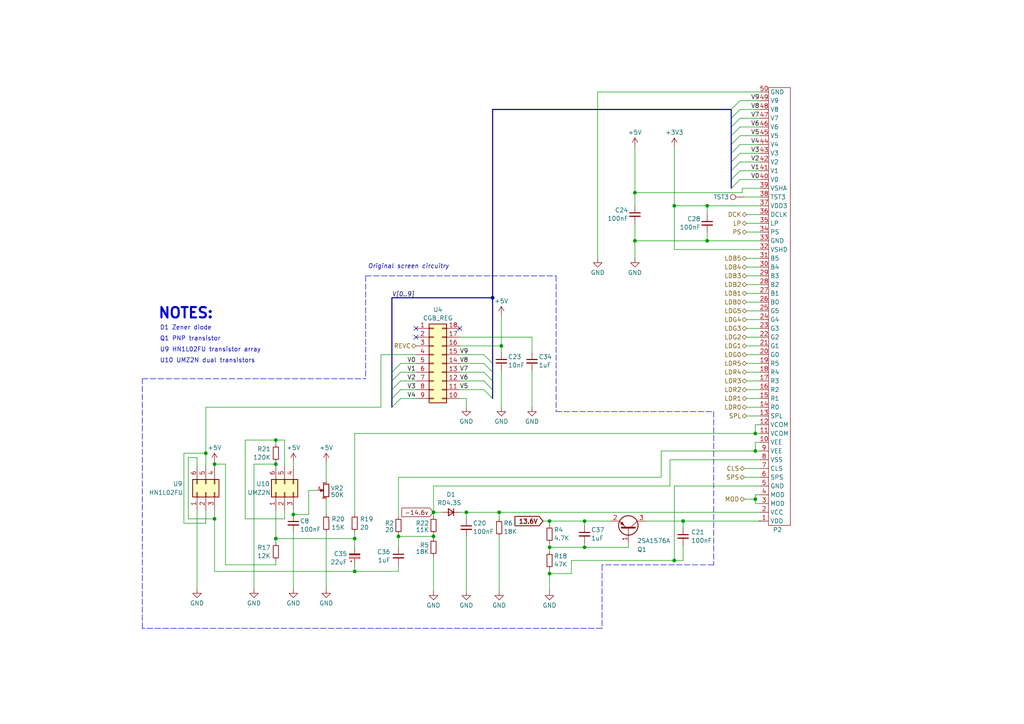
<source format=kicad_sch>
(kicad_sch (version 20231120) (generator "eeschema") (generator_version "8.0")
  (paper "A4")
  (title_block (title "CGB Reverse Engineer") (company "NatalieTheNerd.com"))
  (lib_symbols
    (symbol "CGB:Screen_CGB"
      (property "Reference" "P" (at 0 1.27 0))
      (symbol "Screen_CGB_0_0"
        (pin unspecified line (at 0 0 0) (length 2.54) (name "VDD") (number "1"))
        (pin unspecified line (at 0 -22.86 0) (length 2.54) (name "VEE") (number "10"))
        (pin unspecified line (at 0 -25.4 0) (length 2.54) (name "VCOM") (number "11"))
        (pin unspecified line (at 0 -27.94 0) (length 2.54) (name "VCOM") (number "12"))
        (pin unspecified line (at 0 -30.48 0) (length 2.54) (name "SPL") (number "13"))
        (pin unspecified line (at 0 -33.02 0) (length 2.54) (name "R0") (number "14"))
        (pin unspecified line (at 0 -35.56 0) (length 2.54) (name "R1") (number "15"))
        (pin unspecified line (at 0 -38.1 0) (length 2.54) (name "R2") (number "16"))
        (pin unspecified line (at 0 -40.64 0) (length 2.54) (name "R3") (number "17"))
        (pin unspecified line (at 0 -43.18 0) (length 2.54) (name "R4") (number "18"))
        (pin unspecified line (at 0 -45.72 0) (length 2.54) (name "R5") (number "19"))
        (pin unspecified line (at 0 -2.54 0) (length 2.54) (name "VCC") (number "2"))
        (pin unspecified line (at 0 -48.26 0) (length 2.54) (name "G0") (number "20"))
        (pin unspecified line (at 0 -50.8 0) (length 2.54) (name "G1") (number "21"))
        (pin unspecified line (at 0 -53.34 0) (length 2.54) (name "G2") (number "22"))
        (pin unspecified line (at 0 -55.88 0) (length 2.54) (name "G3") (number "23"))
        (pin unspecified line (at 0 -58.42 0) (length 2.54) (name "G4") (number "24"))
        (pin unspecified line (at 0 -60.96 0) (length 2.54) (name "G5") (number "25"))
        (pin unspecified line (at 0 -63.5 0) (length 2.54) (name "B0") (number "26"))
        (pin unspecified line (at 0 -66.04 0) (length 2.54) (name "B1") (number "27"))
        (pin unspecified line (at 0 -68.58 0) (length 2.54) (name "B2") (number "28"))
        (pin unspecified line (at 0 -71.12 0) (length 2.54) (name "B3") (number "29"))
        (pin unspecified line (at 0 -5.08 0) (length 2.54) (name "MOD") (number "3"))
        (pin unspecified line (at 0 -73.66 0) (length 2.54) (name "B4") (number "30"))
        (pin unspecified line (at 0 -76.2 0) (length 2.54) (name "B5") (number "31"))
        (pin unspecified line (at 0 -78.74 0) (length 2.54) (name "VSHD") (number "32"))
        (pin unspecified line (at 0 -81.28 0) (length 2.54) (name "GND") (number "33"))
        (pin unspecified line (at 0 -83.82 0) (length 2.54) (name "PS") (number "34"))
        (pin unspecified line (at 0 -86.36 0) (length 2.54) (name "LP") (number "35"))
        (pin unspecified line (at 0 -88.9 0) (length 2.54) (name "DCLK") (number "36"))
        (pin unspecified line (at 0 -91.44 0) (length 2.54) (name "VDD3") (number "37"))
        (pin unspecified line (at 0 -93.98 0) (length 2.54) (name "TST3") (number "38"))
        (pin unspecified line (at 0 -96.52 0) (length 2.54) (name "VSHA") (number "39"))
        (pin unspecified line (at 0 -7.62 0) (length 2.54) (name "MOD") (number "4"))
        (pin unspecified line (at 0 -99.06 0) (length 2.54) (name "V0") (number "40"))
        (pin unspecified line (at 0 -101.6 0) (length 2.54) (name "V1") (number "41"))
        (pin unspecified line (at 0 -104.14 0) (length 2.54) (name "V2") (number "42"))
        (pin unspecified line (at 0 -106.68 0) (length 2.54) (name "V3") (number "43"))
        (pin unspecified line (at 0 -109.22 0) (length 2.54) (name "V4") (number "44"))
        (pin unspecified line (at 0 -111.76 0) (length 2.54) (name "V5") (number "45"))
        (pin unspecified line (at 0 -114.3 0) (length 2.54) (name "V6") (number "46"))
        (pin unspecified line (at 0 -116.84 0) (length 2.54) (name "V7") (number "47"))
        (pin unspecified line (at 0 -119.38 0) (length 2.54) (name "V8") (number "48"))
        (pin unspecified line (at 0 -121.92 0) (length 2.54) (name "V9") (number "49"))
        (pin unspecified line (at 0 -10.16 0) (length 2.54) (name "GND") (number "5"))
        (pin unspecified line (at 0 -124.46 0) (length 2.54) (name "GND") (number "50"))
        (pin unspecified line (at 0 -12.7 0) (length 2.54) (name "SPS") (number "6"))
        (pin unspecified line (at 0 -15.24 0) (length 2.54) (name "CLS") (number "7"))
        (pin unspecified line (at 0 -17.78 0) (length 2.54) (name "VSS") (number "8"))
        (pin unspecified line (at 0 -20.32 0) (length 2.54) (name "VEE") (number "9"))
      )
      (symbol "Screen_CGB_0_1"
        (rectangle (start 2.54 1.27) (end 8.89 -125.73))
      )
    )
    (symbol "Connector:TestPoint" (pin_numbers hide) (pin_names (offset 0.762) hide)
      (property "Reference" "TP" (at 0 6.858 0))
      (property "Value" "TestPoint" (at 0 5.08 0))
      (symbol "TestPoint_0_1"
        (circle (center 0 3.302) (radius 0.762))
      )
      (symbol "TestPoint_1_1"
        (pin passive line (at 0 0 90) (length 2.54) (name "1") (number "1"))
      )
    )
    (symbol "Connector_Generic:Conn_02x03_Counter_Clockwise" (pin_names (offset 1.016) hide)
      (property "Reference" "J" (at 1.27 5.08 0))
      (property "Value" "Conn_02x03_Counter_Clockwise" (at 1.27 -5.08 0))
      (symbol "Conn_02x03_Counter_Clockwise_1_1"
        (rectangle (start -1.27 -2.413) (end 0 -2.667) (stroke (width 0.1524)))
        (rectangle (start -1.27 0.127) (end 0 -0.127) (stroke (width 0.1524)))
        (rectangle (start -1.27 2.667) (end 0 2.413) (stroke (width 0.1524)))
        (rectangle (start -1.27 3.81) (end 3.81 -3.81) (stroke (width 0.254)) (fill (type background)))
        (rectangle (start 3.81 -2.413) (end 2.54 -2.667) (stroke (width 0.1524)))
        (rectangle (start 3.81 0.127) (end 2.54 -0.127) (stroke (width 0.1524)))
        (rectangle (start 3.81 2.667) (end 2.54 2.413) (stroke (width 0.1524)))
        (pin passive line (at -5.08 2.54 0) (length 3.81) (name "Pin_1") (number "1"))
        (pin passive line (at -5.08 0 0) (length 3.81) (name "Pin_2") (number "2"))
        (pin passive line (at -5.08 -2.54 0) (length 3.81) (name "Pin_3") (number "3"))
        (pin passive line (at 7.62 -2.54 180) (length 3.81) (name "Pin_4") (number "4"))
        (pin passive line (at 7.62 0 180) (length 3.81) (name "Pin_5") (number "5"))
        (pin passive line (at 7.62 2.54 180) (length 3.81) (name "Pin_6") (number "6"))
      )
    )
    (symbol "Connector_Generic:Conn_02x09_Counter_Clockwise" (pin_names (offset 1.016) hide)
      (property "Reference" "J" (at 1.27 12.7 0))
      (property "Value" "Conn_02x09_Counter_Clockwise" (at 1.27 -12.7 0))
      (symbol "Conn_02x09_Counter_Clockwise_1_1"
        (rectangle (start -1.27 -10.033) (end 0 -10.287) (stroke (width 0.1524)))
        (rectangle (start -1.27 -7.493) (end 0 -7.747) (stroke (width 0.1524)))
        (rectangle (start -1.27 -4.953) (end 0 -5.207) (stroke (width 0.1524)))
        (rectangle (start -1.27 -2.413) (end 0 -2.667) (stroke (width 0.1524)))
        (rectangle (start -1.27 0.127) (end 0 -0.127) (stroke (width 0.1524)))
        (rectangle (start -1.27 2.667) (end 0 2.413) (stroke (width 0.1524)))
        (rectangle (start -1.27 5.207) (end 0 4.953) (stroke (width 0.1524)))
        (rectangle (start -1.27 7.747) (end 0 7.493) (stroke (width 0.1524)))
        (rectangle (start -1.27 10.287) (end 0 10.033) (stroke (width 0.1524)))
        (rectangle (start -1.27 11.43) (end 3.81 -11.43) (stroke (width 0.254)) (fill (type background)))
        (rectangle (start 3.81 -10.033) (end 2.54 -10.287) (stroke (width 0.1524)))
        (rectangle (start 3.81 -7.493) (end 2.54 -7.747) (stroke (width 0.1524)))
        (rectangle (start 3.81 -4.953) (end 2.54 -5.207) (stroke (width 0.1524)))
        (rectangle (start 3.81 -2.413) (end 2.54 -2.667) (stroke (width 0.1524)))
        (rectangle (start 3.81 0.127) (end 2.54 -0.127) (stroke (width 0.1524)))
        (rectangle (start 3.81 2.667) (end 2.54 2.413) (stroke (width 0.1524)))
        (rectangle (start 3.81 5.207) (end 2.54 4.953) (stroke (width 0.1524)))
        (rectangle (start 3.81 7.747) (end 2.54 7.493) (stroke (width 0.1524)))
        (rectangle (start 3.81 10.287) (end 2.54 10.033) (stroke (width 0.1524)))
        (pin passive line (at -5.08 10.16 0) (length 3.81) (name "Pin_1") (number "1"))
        (pin passive line (at 7.62 -10.16 180) (length 3.81) (name "Pin_10") (number "10"))
        (pin passive line (at 7.62 -7.62 180) (length 3.81) (name "Pin_11") (number "11"))
        (pin passive line (at 7.62 -5.08 180) (length 3.81) (name "Pin_12") (number "12"))
        (pin passive line (at 7.62 -2.54 180) (length 3.81) (name "Pin_13") (number "13"))
        (pin passive line (at 7.62 0 180) (length 3.81) (name "Pin_14") (number "14"))
        (pin passive line (at 7.62 2.54 180) (length 3.81) (name "Pin_15") (number "15"))
        (pin passive line (at 7.62 5.08 180) (length 3.81) (name "Pin_16") (number "16"))
        (pin passive line (at 7.62 7.62 180) (length 3.81) (name "Pin_17") (number "17"))
        (pin passive line (at 7.62 10.16 180) (length 3.81) (name "Pin_18") (number "18"))
        (pin passive line (at -5.08 7.62 0) (length 3.81) (name "Pin_2") (number "2"))
        (pin passive line (at -5.08 5.08 0) (length 3.81) (name "Pin_3") (number "3"))
        (pin passive line (at -5.08 2.54 0) (length 3.81) (name "Pin_4") (number "4"))
        (pin passive line (at -5.08 0 0) (length 3.81) (name "Pin_5") (number "5"))
        (pin passive line (at -5.08 -2.54 0) (length 3.81) (name "Pin_6") (number "6"))
        (pin passive line (at -5.08 -5.08 0) (length 3.81) (name "Pin_7") (number "7"))
        (pin passive line (at -5.08 -7.62 0) (length 3.81) (name "Pin_8") (number "8"))
        (pin passive line (at -5.08 -10.16 0) (length 3.81) (name "Pin_9") (number "9"))
      )
    )
    (symbol "Device:C_Polarized_Small" (pin_numbers hide) (pin_names (offset 0.254) hide)
      (property "Reference" "C" (at 0.254 1.778 0))
      (property "Value" "C_Polarized_Small" (at 0.254 -2.032 0))
      (symbol "C_Polarized_Small_0_1"
        (rectangle (start -1.524 -0.3048) (end 1.524 -0.6858) (fill (type outline)))
        (rectangle (start -1.524 0.6858) (end 1.524 0.3048))
        (polyline (pts (xy -1.27 1.524) (xy -0.762 1.524)))
        (polyline (pts (xy -1.016 1.27) (xy -1.016 1.778)))
      )
      (symbol "C_Polarized_Small_1_1"
        (pin passive line (at 0 2.54 270) (length 1.8542) (name "~") (number "1"))
        (pin passive line (at 0 -2.54 90) (length 1.8542) (name "~") (number "2"))
      )
    )
    (symbol "Device:C_Small" (pin_numbers hide) (pin_names (offset 0.254) hide)
      (property "Reference" "C" (at 0.254 1.778 0))
      (property "Value" "C_Small" (at 0.254 -2.032 0))
      (symbol "C_Small_0_1"
        (polyline (pts (xy -1.524 -0.508) (xy 1.524 -0.508)) (stroke (width 0.3302)))
        (polyline (pts (xy -1.524 0.508) (xy 1.524 0.508)) (stroke (width 0.3048)))
      )
      (symbol "C_Small_1_1"
        (pin passive line (at 0 2.54 270) (length 2.032) (name "~") (number "1"))
        (pin passive line (at 0 -2.54 90) (length 2.032) (name "~") (number "2"))
      )
    )
    (symbol "Device:D_Small" (pin_numbers hide) (pin_names (offset 0.254) hide)
      (property "Reference" "D" (at -1.27 2.032 0))
      (property "Value" "D_Small" (at -3.81 -2.032 0))
      (symbol "D_Small_0_1"
        (polyline (pts (xy -0.762 -1.016) (xy -0.762 1.016)) (stroke (width 0.254)))
        (polyline (pts (xy -0.762 0) (xy 0.762 0)))
        (polyline (pts (xy 0.762 -1.016) (xy -0.762 0) (xy 0.762 1.016) (xy 0.762 -1.016)) (stroke (width 0.254)))
      )
      (symbol "D_Small_1_1"
        (pin passive line (at -2.54 0 0) (length 1.778) (name "K") (number "1"))
        (pin passive line (at 2.54 0 180) (length 1.778) (name "A") (number "2"))
      )
    )
    (symbol "Device:R_Potentiometer_Small" (pin_names (offset 1.016) hide)
      (property "Reference" "RV" (at -4.445 0 90))
      (property "Value" "R_Potentiometer_Small" (at -2.54 0 90))
      (symbol "R_Potentiometer_Small_0_1"
        (polyline (pts (xy 0.889 0) (xy 0.635 0) (xy 1.651 0.381) (xy 1.651 -0.381) (xy 0.635 0) (xy 0.889 0)) (fill (type outline)))
        (rectangle (start 0.762 1.8034) (end -0.762 -1.8034) (stroke (width 0.254)))
      )
      (symbol "R_Potentiometer_Small_1_1"
        (pin passive line (at 0 2.54 270) (length 0.635) (name "1") (number "1"))
        (pin passive line (at 2.54 0 180) (length 0.9906) (name "2") (number "2"))
        (pin passive line (at 0 -2.54 90) (length 0.635) (name "3") (number "3"))
      )
    )
    (symbol "Device:R_Small" (pin_numbers hide) (pin_names (offset 0.254) hide)
      (property "Reference" "R" (at 0.762 0.508 0))
      (property "Value" "R_Small" (at 0.762 -1.016 0))
      (symbol "R_Small_0_1"
        (rectangle (start -0.762 1.778) (end 0.762 -1.778) (stroke (width 0.2032)))
      )
      (symbol "R_Small_1_1"
        (pin passive line (at 0 2.54 270) (length 0.762) (name "~") (number "1"))
        (pin passive line (at 0 -2.54 90) (length 0.762) (name "~") (number "2"))
      )
    )
    (symbol "Transistor_BJT:2SA1015" (pin_names (offset 0) hide)
      (property "Reference" "Q1" (at 3.81 0 0))
      (property "Value" "2SA1576A" (at 3.81 2.54 0))
      (symbol "2SA1015_0_1"
        (polyline (pts (xy -1.27 0) (xy -2.54 0)))
        (polyline (pts (xy -1.27 0) (xy -0.635 0)))
        (polyline (pts (xy 1.27 -2.54) (xy -0.635 -0.635)))
        (polyline (pts (xy 1.27 2.54) (xy -0.635 0.635)))
        (polyline (pts (xy -0.635 1.905) (xy -0.635 -1.905) (xy -0.635 -1.905)) (stroke (width 0.508)) (fill (type outline)))
        (polyline (pts (xy 0.508 -2.286) (xy 1.016 -1.778) (xy 0 -1.27) (xy 0.508 -2.286) (xy 0.508 -2.286)) (fill (type outline)))
        (circle (center 0 0) (radius 2.8194) (stroke (width 0.254)))
      )
      (symbol "2SA1015_1_1"
        (pin passive line (at -5.08 0 0) (length 2.54) (name "E") (number "1"))
        (pin passive line (at 1.27 -5.08 90) (length 2.54) (name "C") (number "2"))
        (pin input line (at 1.27 5.08 270) (length 2.54) (name "B") (number "3"))
      )
    )
    (symbol "power:+3V3" (power) (pin_names (offset 0))
      (property "Value" "+3V3" (at 0 3.556 0))
      (symbol "+3V3_0_1"
        (polyline (pts (xy -0.762 1.27) (xy 0 2.54)))
        (polyline (pts (xy 0 0) (xy 0 2.54)))
        (polyline (pts (xy 0 2.54) (xy 0.762 1.27)))
      )
      (symbol "+3V3_1_1"
        (pin power_in line (at 0 0 90) (length 0) hide (name "+3V3") (number "1"))
      )
    )
    (symbol "power:+5V" (power) (pin_names (offset 0))
      (property "Value" "+5V" (at 0 3.556 0))
      (symbol "+5V_0_1"
        (polyline (pts (xy -0.762 1.27) (xy 0 2.54)))
        (polyline (pts (xy 0 0) (xy 0 2.54)))
        (polyline (pts (xy 0 2.54) (xy 0.762 1.27)))
      )
      (symbol "+5V_1_1"
        (pin power_in line (at 0 0 90) (length 0) hide (name "+5V") (number "1"))
      )
    )
    (symbol "power:GND" (power) (pin_names (offset 0))
      (property "Value" "GND" (at 0 -3.81 0))
      (symbol "GND_0_1"
        (polyline (pts (xy 0 0) (xy 0 -1.27) (xy 1.27 -1.27) (xy 0 -2.54) (xy -1.27 -1.27) (xy 0 -1.27)))
      )
      (symbol "GND_1_1"
        (pin power_in line (at 0 0 270) (length 0) hide (name "GND") (number "1"))
      )
    )
  )
  (junction (at 159.385 166.37))
  (junction (at 102.87 156.21))
  (junction (at 102.87 165.735))
  (junction (at 62.23 134.62))
  (junction (at 198.12 151.13))
  (junction (at 169.545 158.75))
  (junction (at 142.875 86.36))
  (junction (at 80.01 156.21))
  (junction (at 169.545 151.13))
  (junction (at 80.01 127.635))
  (junction (at 219.075 144.78))
  (junction (at 80.01 134.62))
  (junction (at 85.09 149.225))
  (junction (at 115.57 155.575))
  (junction (at 195.58 162.56))
  (junction (at 135.255 148.59))
  (junction (at 145.415 100.33))
  (junction (at 205.105 69.85))
  (junction (at 144.78 148.59))
  (junction (at 59.69 131.445))
  (junction (at 205.105 59.69))
  (junction (at 184.15 69.85))
  (junction (at 125.73 155.575))
  (junction (at 62.23 150.495))
  (junction (at 125.73 148.59))
  (junction (at 219.075 125.73))
  (junction (at 195.58 59.69))
  (junction (at 219.075 130.81))
  (junction (at 159.385 158.75))
  (junction (at 159.385 151.13))
  (junction (at 184.15 55.88))
  (no_connect (at 133.35 95.25))
  (no_connect (at 120.65 95.25))
  (no_connect (at 120.65 97.79))
  (bus_entry (at 214.63 39.37) (size -2.54 2.54))
  (bus_entry (at 214.63 46.99) (size -2.54 2.54))
  (bus_entry (at 142.875 110.49) (size -2.54 -2.54))
  (bus_entry (at 214.63 52.07) (size -2.54 2.54))
  (bus_entry (at 142.875 115.57) (size -2.54 -2.54))
  (bus_entry (at 113.665 113.03) (size 2.54 -2.54))
  (bus_entry (at 212.09 36.83) (size 2.54 -2.54))
  (bus_entry (at 214.63 49.53) (size -2.54 2.54))
  (bus_entry (at 142.875 107.95) (size -2.54 -2.54))
  (bus_entry (at 214.63 44.45) (size -2.54 2.54))
  (bus_entry (at 113.665 107.95) (size 2.54 -2.54))
  (bus_entry (at 142.875 113.03) (size -2.54 -2.54))
  (bus_entry (at 113.665 118.11) (size 2.54 -2.54))
  (bus_entry (at 212.09 39.37) (size 2.54 -2.54))
  (bus_entry (at 212.09 34.29) (size 2.54 -2.54))
  (bus_entry (at 214.63 41.91) (size -2.54 2.54))
  (bus_entry (at 113.665 110.49) (size 2.54 -2.54))
  (bus_entry (at 212.09 31.75) (size 2.54 -2.54))
  (bus_entry (at 142.875 105.41) (size -2.54 -2.54))
  (bus_entry (at 113.665 115.57) (size 2.54 -2.54))
  (bus (pts (xy 113.665 115.57) (xy 113.665 118.11)))
  (wire (pts (xy 80.01 134.62) (xy 73.66 134.62)))
  (wire (pts (xy 57.15 170.815) (xy 57.15 147.955)))
  (wire (pts (xy 116.205 105.41) (xy 120.65 105.41)))
  (wire (pts (xy 219.075 128.27) (xy 219.075 130.81)))
  (wire (pts (xy 102.87 154.305) (xy 102.87 156.21)))
  (wire (pts (xy 214.63 49.53) (xy 220.345 49.53)))
  (wire (pts (xy 220.345 128.27) (xy 219.075 128.27)))
  (wire (pts (xy 65.405 163.83) (xy 65.405 134.62)))
  (wire (pts (xy 102.87 125.73) (xy 219.075 125.73)))
  (wire (pts (xy 135.255 118.11) (xy 135.255 115.57)))
  (wire (pts (xy 85.09 133.985) (xy 85.09 135.255)))
  (wire (pts (xy 216.535 95.25) (xy 220.345 95.25)))
  (wire (pts (xy 65.405 163.83) (xy 80.01 163.83)))
  (wire (pts (xy 194.31 133.35) (xy 220.345 133.35)))
  (wire (pts (xy 62.23 165.735) (xy 62.23 150.495)))
  (wire (pts (xy 159.385 158.75) (xy 159.385 157.48)))
  (wire (pts (xy 216.535 67.31) (xy 220.345 67.31)))
  (wire (pts (xy 144.78 148.59) (xy 220.345 148.59)))
  (wire (pts (xy 133.35 113.03) (xy 140.335 113.03)))
  (bus (pts (xy 212.09 52.07) (xy 212.09 54.61)))
  (wire (pts (xy 215.265 55.88) (xy 184.15 55.88)))
  (wire (pts (xy 214.63 39.37) (xy 220.345 39.37)))
  (wire (pts (xy 80.01 156.21) (xy 80.01 157.48)))
  (wire (pts (xy 205.105 69.85) (xy 220.345 69.85)))
  (wire (pts (xy 169.545 157.48) (xy 169.545 158.75)))
  (wire (pts (xy 159.385 151.13) (xy 169.545 151.13)))
  (wire (pts (xy 94.615 170.815) (xy 94.615 154.305)))
  (wire (pts (xy 125.73 140.97) (xy 125.73 148.59)))
  (wire (pts (xy 53.34 131.445) (xy 59.69 131.445)))
  (wire (pts (xy 216.535 62.23) (xy 220.345 62.23)))
  (polyline (pts (xy 207.01 163.83) (xy 174.625 163.83)) (stroke (width 0) (type dash)))
  (wire (pts (xy 145.415 107.315) (xy 145.415 118.11)))
  (wire (pts (xy 85.09 147.955) (xy 85.09 149.225)))
  (bus (pts (xy 212.09 46.99) (xy 212.09 49.53)))
  (wire (pts (xy 194.31 140.97) (xy 125.73 140.97)))
  (wire (pts (xy 182.245 158.75) (xy 182.245 157.48)))
  (wire (pts (xy 216.535 82.55) (xy 220.345 82.55)))
  (wire (pts (xy 195.58 72.39) (xy 220.345 72.39)))
  (wire (pts (xy 216.535 113.03) (xy 220.345 113.03)))
  (wire (pts (xy 216.535 97.79) (xy 220.345 97.79)))
  (wire (pts (xy 125.73 155.575) (xy 125.73 156.21)))
  (wire (pts (xy 120.65 102.87) (xy 110.49 102.87)))
  (wire (pts (xy 116.205 115.57) (xy 120.65 115.57)))
  (wire (pts (xy 144.78 150.495) (xy 144.78 148.59)))
  (wire (pts (xy 184.15 55.88) (xy 184.15 59.69)))
  (bus (pts (xy 212.09 36.83) (xy 212.09 39.37)))
  (wire (pts (xy 216.535 118.11) (xy 220.345 118.11)))
  (wire (pts (xy 216.535 80.01) (xy 220.345 80.01)))
  (wire (pts (xy 144.78 155.575) (xy 144.78 171.45)))
  (polyline (pts (xy 161.29 80.01) (xy 161.29 119.38)) (stroke (width 0) (type dash)))
  (wire (pts (xy 145.415 91.44) (xy 145.415 100.33)))
  (polyline (pts (xy 161.29 119.38) (xy 207.01 119.38)) (stroke (width 0) (type dash)))
  (wire (pts (xy 187.325 151.13) (xy 198.12 151.13)))
  (bus (pts (xy 142.875 113.03) (xy 142.875 115.57)))
  (wire (pts (xy 133.35 105.41) (xy 140.335 105.41)))
  (wire (pts (xy 216.535 105.41) (xy 220.345 105.41)))
  (wire (pts (xy 216.535 92.71) (xy 220.345 92.71)))
  (wire (pts (xy 62.23 165.735) (xy 102.87 165.735)))
  (wire (pts (xy 184.15 69.85) (xy 205.105 69.85)))
  (wire (pts (xy 135.255 115.57) (xy 133.35 115.57)))
  (wire (pts (xy 159.385 166.37) (xy 159.385 165.1)))
  (polyline (pts (xy 207.01 119.38) (xy 207.01 163.83)) (stroke (width 0) (type dash)))
  (bus (pts (xy 142.875 86.36) (xy 142.875 105.41)))
  (wire (pts (xy 216.535 107.95) (xy 220.345 107.95)))
  (bus (pts (xy 142.875 107.95) (xy 142.875 110.49)))
  (wire (pts (xy 198.12 151.13) (xy 220.345 151.13)))
  (wire (pts (xy 62.23 150.495) (xy 62.23 147.955)))
  (wire (pts (xy 219.075 125.73) (xy 220.345 125.73)))
  (wire (pts (xy 216.535 64.77) (xy 220.345 64.77)))
  (wire (pts (xy 125.73 154.94) (xy 125.73 155.575)))
  (wire (pts (xy 53.34 151.765) (xy 59.69 151.765)))
  (wire (pts (xy 214.63 29.21) (xy 220.345 29.21)))
  (wire (pts (xy 195.58 59.69) (xy 195.58 72.39)))
  (wire (pts (xy 165.735 162.56) (xy 165.735 166.37)))
  (wire (pts (xy 216.535 85.09) (xy 220.345 85.09)))
  (wire (pts (xy 80.01 128.905) (xy 80.01 127.635)))
  (wire (pts (xy 195.58 140.97) (xy 195.58 162.56)))
  (wire (pts (xy 82.55 127.635) (xy 80.01 127.635)))
  (wire (pts (xy 219.075 143.51) (xy 220.345 143.51)))
  (bus (pts (xy 113.665 107.95) (xy 113.665 110.49)))
  (wire (pts (xy 219.075 146.05) (xy 220.345 146.05)))
  (wire (pts (xy 54.61 150.495) (xy 62.23 150.495)))
  (wire (pts (xy 219.075 123.19) (xy 220.345 123.19)))
  (wire (pts (xy 195.58 59.69) (xy 205.105 59.69)))
  (wire (pts (xy 62.23 133.985) (xy 62.23 134.62)))
  (wire (pts (xy 102.87 125.73) (xy 102.87 149.225)))
  (wire (pts (xy 102.87 163.83) (xy 102.87 165.735)))
  (wire (pts (xy 54.61 132.715) (xy 54.61 150.495)))
  (bus (pts (xy 113.665 86.36) (xy 142.875 86.36)))
  (wire (pts (xy 53.34 131.445) (xy 53.34 151.765)))
  (wire (pts (xy 220.345 54.61) (xy 215.265 54.61)))
  (wire (pts (xy 71.12 127.635) (xy 71.12 150.495)))
  (wire (pts (xy 135.255 148.59) (xy 144.78 148.59)))
  (polyline (pts (xy 106.045 80.01) (xy 161.29 80.01)) (stroke (width 0) (type dash)))
  (wire (pts (xy 116.205 107.95) (xy 120.65 107.95)))
  (wire (pts (xy 89.535 142.24) (xy 92.075 142.24)))
  (wire (pts (xy 220.345 140.97) (xy 195.58 140.97)))
  (wire (pts (xy 135.255 148.59) (xy 135.255 150.495)))
  (wire (pts (xy 215.265 54.61) (xy 215.265 55.88)))
  (bus (pts (xy 212.09 39.37) (xy 212.09 41.91)))
  (wire (pts (xy 216.535 110.49) (xy 220.345 110.49)))
  (wire (pts (xy 219.075 144.78) (xy 219.075 146.05)))
  (wire (pts (xy 59.69 118.11) (xy 59.69 131.445)))
  (wire (pts (xy 214.63 41.91) (xy 220.345 41.91)))
  (wire (pts (xy 135.255 155.575) (xy 135.255 171.45)))
  (wire (pts (xy 219.075 123.19) (xy 219.075 125.73)))
  (wire (pts (xy 216.535 77.47) (xy 220.345 77.47)))
  (bus (pts (xy 212.09 34.29) (xy 212.09 36.83)))
  (wire (pts (xy 159.385 158.75) (xy 169.545 158.75)))
  (wire (pts (xy 80.01 156.21) (xy 80.01 147.955)))
  (bus (pts (xy 212.09 44.45) (xy 212.09 46.99)))
  (wire (pts (xy 115.57 138.43) (xy 191.77 138.43)))
  (wire (pts (xy 145.415 100.33) (xy 145.415 102.235)))
  (wire (pts (xy 85.09 154.305) (xy 85.09 170.815)))
  (wire (pts (xy 214.63 31.75) (xy 220.345 31.75)))
  (wire (pts (xy 205.105 59.69) (xy 220.345 59.69)))
  (wire (pts (xy 214.63 36.83) (xy 220.345 36.83)))
  (wire (pts (xy 154.305 97.79) (xy 133.35 97.79)))
  (wire (pts (xy 154.305 97.79) (xy 154.305 102.235)))
  (wire (pts (xy 216.535 100.33) (xy 220.345 100.33)))
  (wire (pts (xy 198.12 158.115) (xy 198.12 162.56)))
  (wire (pts (xy 59.69 135.255) (xy 59.69 131.445)))
  (wire (pts (xy 65.405 134.62) (xy 62.23 134.62)))
  (wire (pts (xy 110.49 102.87) (xy 110.49 118.11)))
  (wire (pts (xy 216.535 87.63) (xy 220.345 87.63)))
  (wire (pts (xy 115.57 155.575) (xy 115.57 158.75)))
  (bus (pts (xy 212.09 49.53) (xy 212.09 52.07)))
  (wire (pts (xy 133.35 107.95) (xy 140.335 107.95)))
  (wire (pts (xy 73.66 134.62) (xy 73.66 170.815)))
  (wire (pts (xy 57.15 135.255) (xy 57.15 132.715)))
  (wire (pts (xy 102.87 165.735) (xy 115.57 165.735)))
  (wire (pts (xy 195.58 42.545) (xy 195.58 59.69)))
  (wire (pts (xy 215.9 138.43) (xy 220.345 138.43)))
  (wire (pts (xy 154.305 118.11) (xy 154.305 107.315)))
  (wire (pts (xy 62.23 134.62) (xy 62.23 135.255)))
  (wire (pts (xy 191.77 130.81) (xy 191.77 138.43)))
  (polyline (pts (xy 41.275 182.245) (xy 41.275 109.855)) (stroke (width 0) (type dash)))
  (wire (pts (xy 80.01 163.83) (xy 80.01 162.56)))
  (wire (pts (xy 216.535 90.17) (xy 220.345 90.17)))
  (wire (pts (xy 80.01 127.635) (xy 71.12 127.635)))
  (wire (pts (xy 116.205 113.03) (xy 120.65 113.03)))
  (polyline (pts (xy 174.625 182.245) (xy 41.275 182.245)) (stroke (width 0) (type dash)))
  (wire (pts (xy 80.01 156.21) (xy 102.87 156.21)))
  (wire (pts (xy 133.35 148.59) (xy 135.255 148.59)))
  (bus (pts (xy 113.665 110.49) (xy 113.665 113.03)))
  (wire (pts (xy 94.615 149.225) (xy 94.615 144.78)))
  (wire (pts (xy 71.12 150.495) (xy 82.55 150.495)))
  (polyline (pts (xy 174.625 163.83) (xy 174.625 182.245)) (stroke (width 0) (type dash)))
  (wire (pts (xy 59.69 151.765) (xy 59.69 147.955)))
  (wire (pts (xy 216.535 102.87) (xy 220.345 102.87)))
  (wire (pts (xy 215.9 144.78) (xy 219.075 144.78)))
  (wire (pts (xy 216.535 120.65) (xy 220.345 120.65)))
  (wire (pts (xy 115.57 138.43) (xy 115.57 149.86)))
  (wire (pts (xy 214.63 52.07) (xy 220.345 52.07)))
  (wire (pts (xy 195.58 162.56) (xy 165.735 162.56)))
  (wire (pts (xy 89.535 149.225) (xy 89.535 142.24)))
  (wire (pts (xy 184.15 42.545) (xy 184.15 55.88)))
  (bus (pts (xy 113.665 113.03) (xy 113.665 115.57)))
  (polyline (pts (xy 106.045 80.01) (xy 106.045 109.855)) (stroke (width 0) (type dash)))
  (wire (pts (xy 205.105 67.31) (xy 205.105 69.85)))
  (wire (pts (xy 214.63 44.45) (xy 220.345 44.45)))
  (wire (pts (xy 115.57 155.575) (xy 125.73 155.575)))
  (wire (pts (xy 159.385 171.45) (xy 159.385 166.37)))
  (wire (pts (xy 216.535 115.57) (xy 220.345 115.57)))
  (wire (pts (xy 140.335 110.49) (xy 133.35 110.49)))
  (wire (pts (xy 82.55 150.495) (xy 82.55 147.955)))
  (wire (pts (xy 191.77 130.81) (xy 219.075 130.81)))
  (wire (pts (xy 214.63 34.29) (xy 220.345 34.29)))
  (wire (pts (xy 215.9 135.89) (xy 220.345 135.89)))
  (wire (pts (xy 205.105 62.23) (xy 205.105 59.69)))
  (wire (pts (xy 159.385 160.02) (xy 159.385 158.75)))
  (bus (pts (xy 142.875 110.49) (xy 142.875 113.03)))
  (wire (pts (xy 219.075 143.51) (xy 219.075 144.78)))
  (wire (pts (xy 215.9 57.15) (xy 220.345 57.15)))
  (wire (pts (xy 115.57 154.94) (xy 115.57 155.575)))
  (wire (pts (xy 85.09 149.225) (xy 89.535 149.225)))
  (wire (pts (xy 184.15 64.77) (xy 184.15 69.85)))
  (bus (pts (xy 142.875 105.41) (xy 142.875 107.95)))
  (wire (pts (xy 102.87 156.21) (xy 102.87 158.75)))
  (wire (pts (xy 157.48 151.13) (xy 159.385 151.13)))
  (wire (pts (xy 214.63 46.99) (xy 220.345 46.99)))
  (wire (pts (xy 194.31 133.35) (xy 194.31 140.97)))
  (wire (pts (xy 219.075 130.81) (xy 220.345 130.81)))
  (wire (pts (xy 173.355 26.67) (xy 173.355 74.93)))
  (wire (pts (xy 125.73 149.86) (xy 125.73 148.59)))
  (wire (pts (xy 169.545 152.4) (xy 169.545 151.13)))
  (wire (pts (xy 82.55 127.635) (xy 82.55 135.255)))
  (wire (pts (xy 80.01 133.985) (xy 80.01 134.62)))
  (wire (pts (xy 125.73 171.45) (xy 125.73 161.29)))
  (wire (pts (xy 110.49 118.11) (xy 59.69 118.11)))
  (wire (pts (xy 116.205 110.49) (xy 120.65 110.49)))
  (wire (pts (xy 169.545 158.75) (xy 182.245 158.75)))
  (wire (pts (xy 159.385 151.13) (xy 159.385 152.4)))
  (wire (pts (xy 169.545 151.13) (xy 177.165 151.13)))
  (wire (pts (xy 80.01 134.62) (xy 80.01 135.255)))
  (wire (pts (xy 94.615 133.985) (xy 94.615 139.7)))
  (wire (pts (xy 173.355 26.67) (xy 220.345 26.67)))
  (wire (pts (xy 133.35 102.87) (xy 140.335 102.87)))
  (wire (pts (xy 115.57 165.735) (xy 115.57 163.83)))
  (wire (pts (xy 195.58 162.56) (xy 198.12 162.56)))
  (polyline (pts (xy 41.275 109.855) (xy 106.045 109.855)) (stroke (width 0) (type dash)))
  (bus (pts (xy 142.875 31.75) (xy 142.875 86.36)))
  (wire (pts (xy 125.73 148.59) (xy 128.27 148.59)))
  (wire (pts (xy 198.12 153.035) (xy 198.12 151.13)))
  (wire (pts (xy 133.35 100.33) (xy 145.415 100.33)))
  (wire (pts (xy 184.15 74.93) (xy 184.15 69.85)))
  (wire (pts (xy 165.735 166.37) (xy 159.385 166.37)))
  (bus (pts (xy 212.09 31.75) (xy 142.875 31.75)))
  (wire (pts (xy 216.535 74.93) (xy 220.345 74.93)))
  (wire (pts (xy 57.15 132.715) (xy 54.61 132.715)))
  (bus (pts (xy 113.665 86.36) (xy 113.665 107.95)))
  (bus (pts (xy 212.09 41.91) (xy 212.09 44.45)))
  (bus (pts (xy 212.09 31.75) (xy 212.09 34.29)))
  (text "U9 HN1L02FU transistor array" (at 46.355 102.235 0) (effects (font (size 1.27 1.27)) (justify left bottom)))
  (text "D1 Zener diode" (at 46.355 95.885 0) (effects (font (size 1.27 1.27)) (justify left bottom)))
  (text "Q1 PNP transistor" (at 46.355 99.06 0) (effects (font (size 1.27 1.27)) (justify left bottom)))
  (text "Original screen circuitry" (at 106.68 78.105 0) (effects (font (size 1.27 1.27) (italic yes)) (justify left bottom)))
  (text "NOTES:" (at 45.72 92.71 0) (effects (font (size 3 3) (thickness 0.6) (bold yes)) (justify left bottom)))
  (text "U10 UMZ2N dual transistors" (at 46.355 105.41 0) (effects (font (size 1.27 1.27)) (justify left bottom)))
  (label "V9" (at 217.805 29.21 0))
  (label "V8" (at 133.35 105.41 0))
  (label "V2" (at 217.805 46.99 0))
  (label "V3" (at 118.11 113.03 0))
  (label "V6" (at 217.805 36.83 0))
  (label "V1" (at 118.11 107.95 0))
  (label "V7" (at 217.805 34.29 0))
  (label "V8" (at 217.805 31.75 0))
  (label "V2" (at 118.11 110.49 0))
  (label "V5" (at 133.35 113.03 0))
  (label "V0" (at 118.11 105.41 0))
  (label "V5" (at 217.805 39.37 0))
  (label "V[0..9]" (at 113.665 86.36 0) (effects (font (italic yes))))
  (label "V4" (at 118.11 115.57 0))
  (label "V1" (at 217.805 49.53 0))
  (label "V0" (at 217.805 52.07 0))
  (label "V4" (at 217.805 41.91 0))
  (label "V6" (at 133.35 110.49 0))
  (label "V9" (at 133.35 102.87 0))
  (label "V3" (at 217.805 44.45 0))
  (label "V7" (at 133.35 107.95 0))
  (global_label "13.6V" (shape input) (at 157.48 151.13 180) (effects (font (bold yes))) (property "Intersheetrefs" "${INTERSHEET_REFS}" (effects (hide yes))))
  (global_label "-14.6v" (shape input) (at 125.73 148.59 180) (property "Intersheetrefs" "${INTERSHEET_REFS}" (effects (hide yes))))
  (hierarchical_label "PS" (shape bidirectional) (at 216.535 67.31 180))
  (hierarchical_label "LDG2" (shape bidirectional) (at 216.535 97.79 180))
  (hierarchical_label "LDB4" (shape bidirectional) (at 216.535 77.47 180))
  (hierarchical_label "LDG1" (shape bidirectional) (at 216.535 100.33 180))
  (hierarchical_label "LDB0" (shape bidirectional) (at 216.535 87.63 180))
  (hierarchical_label "DCK" (shape bidirectional) (at 216.535 62.23 180))
  (hierarchical_label "LDG4" (shape bidirectional) (at 216.535 92.71 180))
  (hierarchical_label "LDR0" (shape bidirectional) (at 216.535 118.11 180))
  (hierarchical_label "LDB2" (shape bidirectional) (at 216.535 82.55 180))
  (hierarchical_label "LP" (shape bidirectional) (at 216.535 64.77 180))
  (hierarchical_label "LDG5" (shape bidirectional) (at 216.535 90.17 180))
  (hierarchical_label "REVC" (shape bidirectional) (at 120.65 100.33 180))
  (hierarchical_label "CLS" (shape bidirectional) (at 215.9 135.89 180))
  (hierarchical_label "LDB3" (shape bidirectional) (at 216.535 80.01 180))
  (hierarchical_label "LDB5" (shape bidirectional) (at 216.535 74.93 180))
  (hierarchical_label "LDR2" (shape bidirectional) (at 216.535 113.03 180))
  (hierarchical_label "LDR4" (shape bidirectional) (at 216.535 107.95 180))
  (hierarchical_label "LDG3" (shape bidirectional) (at 216.535 95.25 180))
  (hierarchical_label "LDG0" (shape bidirectional) (at 216.535 102.87 180))
  (hierarchical_label "LDB1" (shape bidirectional) (at 216.535 85.09 180))
  (hierarchical_label "MOD" (shape bidirectional) (at 215.9 144.78 180))
  (hierarchical_label "SPL" (shape bidirectional) (at 216.535 120.65 180))
  (hierarchical_label "LDR3" (shape bidirectional) (at 216.535 110.49 180))
  (hierarchical_label "LDR5" (shape bidirectional) (at 216.535 105.41 180))
  (hierarchical_label "LDR1" (shape bidirectional) (at 216.535 115.57 180))
  (hierarchical_label "SPS" (shape bidirectional) (at 215.9 138.43 180))
  (symbol (lib_id "power:GND") (at 57.15 170.815 0) (unit 1)
    (property "Reference" "#PWR028" (effects (hide yes)))
    (property "Value" "GND" (at 57.15 174.9481 0))
  )
  (symbol (lib_id "Device:C_Small") (at 145.415 104.775 0) (unit 1)
    (property "Reference" "C23" (at 147.32 103.505 0) (effects (justify left)))
    (property "Value" "10nF" (at 147.32 105.9292 0) (effects (justify left)))
    (property "Footprint" "Capacitor_SMD:C_0603_1608Metric" (effects (hide yes)))
  )
  (symbol (lib_id "Device:C_Small") (at 169.545 154.94 0) (unit 1)
    (property "Reference" "C37" (at 171.45 153.67 0) (effects (justify left)))
    (property "Value" "1uF" (at 171.45 156.0942 0) (effects (justify left)))
    (property "Footprint" "Capacitor_SMD:C_0603_1608Metric" (effects (hide yes)))
  )
  (symbol (lib_id "Device:C_Small") (at 205.105 64.77 0) (mirror y) (unit 1)
    (property "Reference" "C28" (at 203.2 63.5 0) (effects (justify left)))
    (property "Value" "100nF" (at 203.2 65.9242 0) (effects (justify left)))
    (property "Footprint" "Capacitor_SMD:C_0603_1608Metric" (effects (hide yes)))
  )
  (symbol (lib_id "Device:C_Polarized_Small") (at 102.87 161.29 0) (mirror x) (unit 1)
    (property "Reference" "C35" (at 100.711 160.624 0) (effects (justify right)))
    (property "Value" "22uF" (at 100.711 163.0482 0) (effects (justify right)))
    (property "Footprint" "Capacitor_SMD:CP_Elec_4x3.9" (effects (hide yes)))
  )
  (symbol (lib_id "Device:R_Small") (at 125.73 152.4 180) (unit 1)
    (property "Reference" "R22" (at 124.46 151.765 0) (effects (justify left)))
    (property "Value" "11K" (at 124.46 153.67 0) (effects (justify left)))
    (property "Footprint" "Resistor_SMD:R_0603_1608Metric" (effects (hide yes)))
  )
  (symbol (lib_id "Device:C_Small") (at 135.255 153.035 0) (unit 1)
    (property "Reference" "C20" (at 137.16 151.765 0) (effects (justify left)))
    (property "Value" "100nF" (at 137.16 154.1892 0) (effects (justify left)))
    (property "Footprint" "Capacitor_SMD:C_0603_1608Metric" (effects (hide yes)))
  )
  (symbol (lib_id "Device:R_Small") (at 144.78 153.035 0) (unit 1)
    (property "Reference" "R6" (at 146.05 151.765 0) (effects (justify left)))
    (property "Value" "18K" (at 146.05 154.1892 0) (effects (justify left)))
    (property "Footprint" "Resistor_SMD:R_0603_1608Metric" (effects (hide yes)))
  )
  (symbol (lib_id "power:GND") (at 145.415 118.11 0) (unit 1)
    (property "Reference" "#PWR041" (effects (hide yes)))
    (property "Value" "GND" (at 145.415 122.2431 0))
  )
  (symbol (lib_id "CGB:Screen_CGB") (at 220.345 151.13 0) (mirror x) (unit 1)
    (property "Reference" "P2" (at 224.155 153.67 0) (effects (justify left)))
    (property "Value" "~" (at 220.345 151.13 0))
    (property "Footprint" "CGB:Screen CGB" (effects (hide yes)))
  )
  (symbol (lib_id "Device:C_Small") (at 184.15 62.23 0) (mirror y) (unit 1)
    (property "Reference" "C24" (at 182.245 60.96 0) (effects (justify left)))
    (property "Value" "100nF" (at 182.245 63.3842 0) (effects (justify left)))
    (property "Footprint" "Capacitor_SMD:C_0603_1608Metric" (effects (hide yes)))
  )
  (symbol (lib_id "power:+5V") (at 184.15 42.545 0) (unit 1)
    (property "Reference" "#PWR037" (effects (hide yes)))
    (property "Value" "+5V" (at 184.15 38.4119 0))
  )
  (symbol (lib_id "Device:C_Small") (at 154.305 104.775 0) (unit 1)
    (property "Reference" "C34" (at 156.21 103.505 0) (effects (justify left)))
    (property "Value" "1uF" (at 156.21 105.9292 0) (effects (justify left)))
    (property "Footprint" "Capacitor_SMD:C_0603_1608Metric" (effects (hide yes)))
  )
  (symbol (lib_id "power:+5V") (at 94.615 133.985 0) (unit 1)
    (property "Reference" "#PWR033" (effects (hide yes)))
    (property "Value" "+5V" (at 94.615 129.8519 0))
  )
  (symbol (lib_id "power:GND") (at 73.66 170.815 0) (unit 1)
    (property "Reference" "#PWR075" (effects (hide yes)))
    (property "Value" "GND" (at 73.66 174.9481 0))
  )
  (symbol (lib_id "Device:R_Small") (at 80.01 131.445 0) (mirror y) (unit 1)
    (property "Reference" "R21" (at 78.5114 130.2329 0) (effects (justify left)))
    (property "Value" "120K" (at 78.5114 132.6571 0) (effects (justify left)))
    (property "Footprint" "Resistor_SMD:R_0603_1608Metric" (effects (hide yes)))
  )
  (symbol (lib_id "power:GND") (at 154.305 118.11 0) (unit 1)
    (property "Reference" "#PWR042" (effects (hide yes)))
    (property "Value" "GND" (at 154.305 122.2431 0))
  )
  (symbol (lib_id "power:+5V") (at 85.09 133.985 0) (unit 1)
    (property "Reference" "#PWR030" (effects (hide yes)))
    (property "Value" "+5V" (at 85.09 129.8519 0))
  )
  (symbol (lib_id "power:+3V3") (at 195.58 42.545 0) (unit 1)
    (property "Reference" "#PWR036" (effects (hide yes)))
    (property "Value" "+3V3" (at 195.58 38.4119 0))
  )
  (symbol (lib_id "Connector_Generic:Conn_02x09_Counter_Clockwise") (at 125.73 105.41 0) (unit 1)
    (property "Reference" "U4" (at 127 89.8357 0))
    (property "Value" "CGB_REG" (at 127 92.2599 0))
    (property "Footprint" "CGB:Reg CGB" (effects (hide yes)))
  )
  (symbol (lib_id "power:GND") (at 159.385 171.45 0) (unit 1)
    (property "Reference" "#PWR023" (effects (hide yes)))
    (property "Value" "GND" (at 159.385 175.5831 0))
  )
  (symbol (lib_id "power:GND") (at 85.09 170.815 0) (unit 1)
    (property "Reference" "#PWR031" (effects (hide yes)))
    (property "Value" "GND" (at 85.09 174.9481 0))
  )
  (symbol (lib_id "Connector_Generic:Conn_02x03_Counter_Clockwise") (at 59.69 142.875 90) (unit 1)
    (property "Reference" "U9" (at 50.165 140.335 90) (effects (justify right)))
    (property "Value" "HN1L02FU" (at 43.18 142.875 90) (effects (justify right)))
    (property "Footprint" "Package_TO_SOT_SMD:SOT-363_SC-70-6" (effects (hide yes)))
  )
  (symbol (lib_id "Device:R_Small") (at 80.01 160.02 0) (mirror y) (unit 1)
    (property "Reference" "R17" (at 78.5114 158.8079 0) (effects (justify left)))
    (property "Value" "12K" (at 78.5114 161.2321 0) (effects (justify left)))
    (property "Footprint" "Resistor_SMD:R_0603_1608Metric" (effects (hide yes)))
  )
  (symbol (lib_id "Device:C_Small") (at 115.57 161.29 0) (mirror y) (unit 1)
    (property "Reference" "C36" (at 113.2459 160.0842 0) (effects (justify left)))
    (property "Value" "1uF" (at 113.2459 162.5084 0) (effects (justify left)))
    (property "Footprint" "Capacitor_SMD:C_0603_1608Metric" (effects (hide yes)))
  )
  (symbol (lib_id "power:GND") (at 144.78 171.45 0) (unit 1)
    (property "Reference" "#PWR025" (effects (hide yes)))
    (property "Value" "GND" (at 144.78 175.5831 0))
  )
  (symbol (lib_id "power:+5V") (at 62.23 133.985 0) (unit 1)
    (property "Reference" "#PWR029" (effects (hide yes)))
    (property "Value" "+5V" (at 62.23 129.8519 0))
  )
  (symbol (lib_id "Device:R_Small") (at 115.57 152.4 180) (unit 1)
    (property "Reference" "R2" (at 114.3 151.765 0) (effects (justify left)))
    (property "Value" "20" (at 114.3 153.67 0) (effects (justify left)))
    (property "Footprint" "Resistor_SMD:R_0603_1608Metric" (effects (hide yes)))
  )
  (symbol (lib_id "Device:R_Small") (at 125.73 158.75 180) (unit 1)
    (property "Reference" "R5" (at 124.46 158.115 0) (effects (justify left)))
    (property "Value" "18K" (at 124.46 160.02 0) (effects (justify left)))
    (property "Footprint" "Resistor_SMD:R_0603_1608Metric" (effects (hide yes)))
  )
  (symbol (lib_id "power:GND") (at 94.615 170.815 0) (unit 1)
    (property "Reference" "#PWR032" (effects (hide yes)))
    (property "Value" "GND" (at 94.615 174.9481 0))
  )
  (symbol (lib_id "power:GND") (at 135.255 118.11 0) (unit 1)
    (property "Reference" "#PWR038" (effects (hide yes)))
    (property "Value" "GND" (at 135.255 122.2431 0))
  )
  (symbol (lib_id "Device:R_Small") (at 102.87 151.765 0) (unit 1)
    (property "Reference" "R19" (at 104.3686 150.5529 0) (effects (justify left)))
    (property "Value" "20" (at 104.3686 152.9771 0) (effects (justify left)))
    (property "Footprint" "Resistor_SMD:R_0603_1608Metric" (effects (hide yes)))
  )
  (symbol (lib_id "power:GND") (at 135.255 171.45 0) (unit 1)
    (property "Reference" "#PWR026" (effects (hide yes)))
    (property "Value" "GND" (at 135.255 175.5831 0))
  )
  (symbol (lib_id "Device:C_Small") (at 85.09 151.765 0) (unit 1)
    (property "Reference" "C8" (at 86.995 151.13 0) (effects (justify left)))
    (property "Value" "100nF" (at 86.995 153.5542 0) (effects (justify left)))
    (property "Footprint" "Capacitor_SMD:C_0603_1608Metric" (effects (hide yes)))
  )
  (symbol (lib_id "Device:C_Small") (at 198.12 155.575 0) (unit 1)
    (property "Reference" "C21" (at 200.4441 154.3692 0) (effects (justify left)))
    (property "Value" "100nF" (at 200.4441 156.7934 0) (effects (justify left)))
    (property "Footprint" "Capacitor_SMD:C_0603_1608Metric" (effects (hide yes)))
  )
  (symbol (lib_id "Device:R_Small") (at 159.385 162.56 0) (unit 1)
    (property "Reference" "R18" (at 160.655 161.29 0) (effects (justify left)))
    (property "Value" "47K" (at 160.655 163.7142 0) (effects (justify left)))
    (property "Footprint" "Resistor_SMD:R_0603_1608Metric" (effects (hide yes)))
  )
  (symbol (lib_id "power:GND") (at 184.15 74.93 0) (unit 1)
    (property "Reference" "#PWR035" (effects (hide yes)))
    (property "Value" "GND" (at 184.15 79.0631 0))
  )
  (symbol (lib_id "Device:R_Small") (at 159.385 154.94 0) (unit 1)
    (property "Reference" "R4" (at 160.655 153.67 0) (effects (justify left)))
    (property "Value" "4.7K" (at 160.655 156.0942 0) (effects (justify left)))
    (property "Footprint" "Resistor_SMD:R_0603_1608Metric" (effects (hide yes)))
  )
  (symbol (lib_id "Connector_Generic:Conn_02x03_Counter_Clockwise") (at 82.55 142.875 90) (unit 1)
    (property "Reference" "U10" (at 74.295 140.335 90) (effects (justify right)))
    (property "Value" "UMZ2N" (at 71.755 142.875 90) (effects (justify right)))
    (property "Footprint" "Package_TO_SOT_SMD:SOT-363_SC-70-6" (effects (hide yes)))
  )
  (symbol (lib_id "Connector:TestPoint") (at 215.9 57.15 90) (unit 1)
    (property "Reference" "TST3" (at 211.455 57.15 90) (effects (justify left)))
    (property "Value" "TestPoint" (effects (hide yes)))
  )
  (symbol (lib_id "Device:R_Small") (at 94.615 151.765 0) (unit 1)
    (property "Reference" "R20" (at 96.1136 150.5529 0) (effects (justify left)))
    (property "Value" "15K" (at 96.1136 152.9771 0) (effects (justify left)))
    (property "Footprint" "Resistor_SMD:R_0603_1608Metric" (effects (hide yes)))
  )
  (symbol (lib_id "power:GND") (at 173.355 74.93 0) (unit 1)
    (property "Reference" "#PWR039" (effects (hide yes)))
    (property "Value" "GND" (at 173.355 79.0631 0))
  )
  (symbol (lib_id "Transistor_BJT:2SA1015") (at 182.245 152.4 270) (mirror x) (unit 1)
    (property "Reference" "Q1" (at 184.785 159.385 90) (effects (justify left)))
    (property "Value" "2SA1576A" (at 184.785 156.845 90) (effects (justify left)))
    (property "Footprint" "Package_TO_SOT_SMD:SOT-323_SC-70" (effects (hide yes)))
    (property "Datasheet" "http://www.datasheetcatalog.org/datasheet/toshiba/905.pdf" (effects (hide yes)))
  )
  (symbol (lib_id "power:+5V") (at 145.415 91.44 0) (unit 1)
    (property "Reference" "#PWR040" (effects (hide yes)))
    (property "Value" "+5V" (at 145.415 87.3069 0))
  )
  (symbol (lib_id "Device:R_Potentiometer_Small") (at 94.615 142.24 0) (mirror y) (unit 1)
    (property "Reference" "VR2" (at 95.885 141.605 0) (effects (justify right)))
    (property "Value" "50K" (at 95.885 143.51 0) (effects (justify right)))
  )
  (symbol (lib_id "Device:D_Small") (at 130.81 148.59 180) (unit 1)
    (property "Reference" "D1" (at 130.81 143.4297 0))
    (property "Value" "RD4.3S " (at 130.81 145.8539 0))
    (property "Footprint" "Diode_SMD:D_SOD-323_HandSoldering" (effects (hide yes)))
    (property "Sim.Device" "D" (effects (hide yes)))
    (property "Sim.Pins" "1=K 2=A" (effects (hide yes)))
  )
  (symbol (lib_id "power:GND") (at 125.73 171.45 0) (unit 1)
    (property "Reference" "#PWR027" (effects (hide yes)))
    (property "Value" "GND" (at 125.73 175.5831 0))
  )
)
</source>
